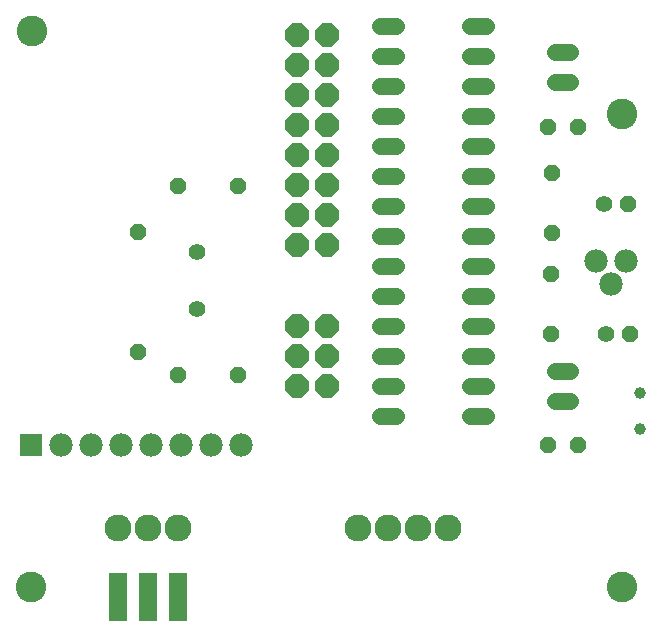
<source format=gbs>
G75*
G70*
%OFA0B0*%
%FSLAX24Y24*%
%IPPOS*%
%LPD*%
%AMOC8*
5,1,8,0,0,1.08239X$1,22.5*
%
%ADD10C,0.1024*%
%ADD11R,0.0640X0.1640*%
%ADD12OC8,0.0780*%
%ADD13C,0.0900*%
%ADD14C,0.0560*%
%ADD15OC8,0.0560*%
%ADD16C,0.0560*%
%ADD17C,0.0780*%
%ADD18R,0.0780X0.0780*%
%ADD19C,0.0394*%
%ADD20C,0.0555*%
D10*
X001358Y001370D03*
X021043Y001370D03*
X021043Y017118D03*
X001372Y019915D03*
D11*
X004267Y001026D03*
X005267Y001026D03*
X006267Y001026D03*
D12*
X010204Y008054D03*
X011204Y008054D03*
X011204Y009054D03*
X010204Y009054D03*
X010204Y010054D03*
X011204Y010054D03*
X011204Y012778D03*
X010204Y012778D03*
X010204Y013778D03*
X011204Y013778D03*
X011204Y014778D03*
X010204Y014778D03*
X010204Y015778D03*
X011204Y015778D03*
X011204Y016778D03*
X010204Y016778D03*
X010204Y017778D03*
X011204Y017778D03*
X011204Y018778D03*
X010204Y018778D03*
X010204Y019778D03*
X011204Y019778D03*
D13*
X012267Y003330D03*
X013267Y003330D03*
X014267Y003330D03*
X015267Y003330D03*
X006267Y003330D03*
X005267Y003330D03*
X004267Y003330D03*
D14*
X012987Y007066D02*
X013507Y007066D01*
X013507Y008066D02*
X012987Y008066D01*
X012987Y009066D02*
X013507Y009066D01*
X013507Y010066D02*
X012987Y010066D01*
X012987Y011066D02*
X013507Y011066D01*
X013507Y012066D02*
X012987Y012066D01*
X012987Y013066D02*
X013507Y013066D01*
X013507Y014066D02*
X012987Y014066D01*
X012987Y015066D02*
X013507Y015066D01*
X013507Y016066D02*
X012987Y016066D01*
X012987Y017066D02*
X013507Y017066D01*
X013507Y018066D02*
X012987Y018066D01*
X012987Y019066D02*
X013507Y019066D01*
X013507Y020066D02*
X012987Y020066D01*
X015987Y020066D02*
X016507Y020066D01*
X016507Y019066D02*
X015987Y019066D01*
X015987Y018066D02*
X016507Y018066D01*
X016507Y017066D02*
X015987Y017066D01*
X015987Y016066D02*
X016507Y016066D01*
X016507Y015066D02*
X015987Y015066D01*
X015987Y014066D02*
X016507Y014066D01*
X016507Y013066D02*
X015987Y013066D01*
X015987Y012066D02*
X016507Y012066D01*
X016507Y011066D02*
X015987Y011066D01*
X015987Y010066D02*
X016507Y010066D01*
X016507Y009066D02*
X015987Y009066D01*
X015987Y008066D02*
X016507Y008066D01*
X016507Y007066D02*
X015987Y007066D01*
D15*
X018578Y006086D03*
X019578Y006086D03*
X018684Y009810D03*
X018684Y011810D03*
X018711Y013160D03*
X018711Y015160D03*
X018578Y016715D03*
X019578Y016715D03*
X021257Y014137D03*
X021320Y009806D03*
X008267Y008448D03*
X006267Y008448D03*
X004904Y009204D03*
X004904Y013204D03*
X006267Y014747D03*
X008267Y014747D03*
D16*
X006873Y012547D03*
X006873Y010647D03*
X020520Y009806D03*
X020457Y014137D03*
D17*
X020172Y012219D03*
X020672Y011469D03*
X021172Y012219D03*
X008361Y006086D03*
X007361Y006086D03*
X006361Y006086D03*
X005361Y006086D03*
X004361Y006086D03*
X003361Y006086D03*
X002361Y006086D03*
D18*
X001361Y006086D03*
D19*
X021656Y006646D03*
X021656Y007827D03*
D20*
X019335Y007554D02*
X018820Y007554D01*
X018820Y008554D02*
X019335Y008554D01*
X019335Y018184D02*
X018820Y018184D01*
X018820Y019184D02*
X019335Y019184D01*
M02*

</source>
